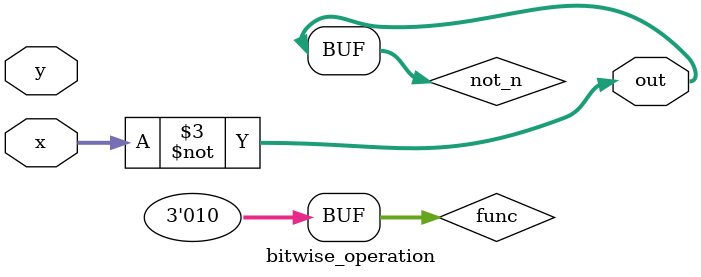
<source format=v>

module bitwise_operation(x, y, out);
  // IO ports
  input  [15:0] x, y;
  output [15:0] out;

  // Net declarations
  wire [15:0] and_n, or_n, not_n, xor_n;
  wire [2:0] func;

  // Assignments
  assign func = 3'b010; // Select NOT operation
  assign and_n  = x & y;
  assign or_n   = x | y;
  assign not_n  = ~x;
  assign xor_n  = x ^ y;
  assign out = not_n;

endmodule
</source>
